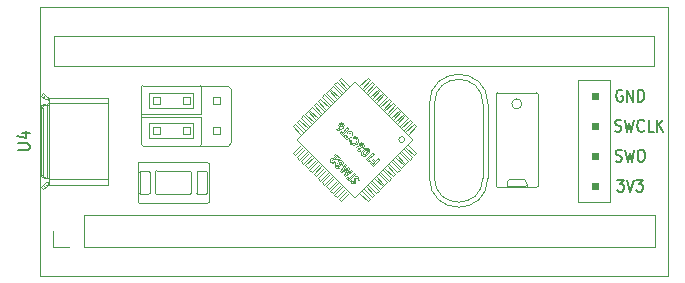
<source format=gbr>
%TF.GenerationSoftware,KiCad,Pcbnew,9.0.3*%
%TF.CreationDate,2025-08-13T20:15:07-07:00*%
%TF.ProjectId,keyboardpls,6b657962-6f61-4726-9470-6c732e6b6963,rev?*%
%TF.SameCoordinates,Original*%
%TF.FileFunction,Legend,Top*%
%TF.FilePolarity,Positive*%
%FSLAX46Y46*%
G04 Gerber Fmt 4.6, Leading zero omitted, Abs format (unit mm)*
G04 Created by KiCad (PCBNEW 9.0.3) date 2025-08-13 20:15:07*
%MOMM*%
%LPD*%
G01*
G04 APERTURE LIST*
%ADD10C,0.150000*%
%ADD11C,0.120000*%
%ADD12C,0.100000*%
G04 APERTURE END LIST*
D10*
X67757319Y-88731904D02*
X68566842Y-88731904D01*
X68566842Y-88731904D02*
X68662080Y-88684285D01*
X68662080Y-88684285D02*
X68709700Y-88636666D01*
X68709700Y-88636666D02*
X68757319Y-88541428D01*
X68757319Y-88541428D02*
X68757319Y-88350952D01*
X68757319Y-88350952D02*
X68709700Y-88255714D01*
X68709700Y-88255714D02*
X68662080Y-88208095D01*
X68662080Y-88208095D02*
X68566842Y-88160476D01*
X68566842Y-88160476D02*
X67757319Y-88160476D01*
X68090652Y-87255714D02*
X68757319Y-87255714D01*
X67709700Y-87493809D02*
X68423985Y-87731904D01*
X68423985Y-87731904D02*
X68423985Y-87112857D01*
X118367643Y-89647200D02*
X118496215Y-89694819D01*
X118496215Y-89694819D02*
X118710500Y-89694819D01*
X118710500Y-89694819D02*
X118796215Y-89647200D01*
X118796215Y-89647200D02*
X118839072Y-89599580D01*
X118839072Y-89599580D02*
X118881929Y-89504342D01*
X118881929Y-89504342D02*
X118881929Y-89409104D01*
X118881929Y-89409104D02*
X118839072Y-89313866D01*
X118839072Y-89313866D02*
X118796215Y-89266247D01*
X118796215Y-89266247D02*
X118710500Y-89218628D01*
X118710500Y-89218628D02*
X118539072Y-89171009D01*
X118539072Y-89171009D02*
X118453357Y-89123390D01*
X118453357Y-89123390D02*
X118410500Y-89075771D01*
X118410500Y-89075771D02*
X118367643Y-88980533D01*
X118367643Y-88980533D02*
X118367643Y-88885295D01*
X118367643Y-88885295D02*
X118410500Y-88790057D01*
X118410500Y-88790057D02*
X118453357Y-88742438D01*
X118453357Y-88742438D02*
X118539072Y-88694819D01*
X118539072Y-88694819D02*
X118753357Y-88694819D01*
X118753357Y-88694819D02*
X118881929Y-88742438D01*
X119181929Y-88694819D02*
X119396215Y-89694819D01*
X119396215Y-89694819D02*
X119567643Y-88980533D01*
X119567643Y-88980533D02*
X119739072Y-89694819D01*
X119739072Y-89694819D02*
X119953358Y-88694819D01*
X120467643Y-88694819D02*
X120639071Y-88694819D01*
X120639071Y-88694819D02*
X120724786Y-88742438D01*
X120724786Y-88742438D02*
X120810500Y-88837676D01*
X120810500Y-88837676D02*
X120853357Y-89028152D01*
X120853357Y-89028152D02*
X120853357Y-89361485D01*
X120853357Y-89361485D02*
X120810500Y-89551961D01*
X120810500Y-89551961D02*
X120724786Y-89647200D01*
X120724786Y-89647200D02*
X120639071Y-89694819D01*
X120639071Y-89694819D02*
X120467643Y-89694819D01*
X120467643Y-89694819D02*
X120381929Y-89647200D01*
X120381929Y-89647200D02*
X120296214Y-89551961D01*
X120296214Y-89551961D02*
X120253357Y-89361485D01*
X120253357Y-89361485D02*
X120253357Y-89028152D01*
X120253357Y-89028152D02*
X120296214Y-88837676D01*
X120296214Y-88837676D02*
X120381929Y-88742438D01*
X120381929Y-88742438D02*
X120467643Y-88694819D01*
X118496214Y-91234819D02*
X119053357Y-91234819D01*
X119053357Y-91234819D02*
X118753357Y-91615771D01*
X118753357Y-91615771D02*
X118881928Y-91615771D01*
X118881928Y-91615771D02*
X118967643Y-91663390D01*
X118967643Y-91663390D02*
X119010500Y-91711009D01*
X119010500Y-91711009D02*
X119053357Y-91806247D01*
X119053357Y-91806247D02*
X119053357Y-92044342D01*
X119053357Y-92044342D02*
X119010500Y-92139580D01*
X119010500Y-92139580D02*
X118967643Y-92187200D01*
X118967643Y-92187200D02*
X118881928Y-92234819D01*
X118881928Y-92234819D02*
X118624785Y-92234819D01*
X118624785Y-92234819D02*
X118539071Y-92187200D01*
X118539071Y-92187200D02*
X118496214Y-92139580D01*
X119310500Y-91234819D02*
X119610500Y-92234819D01*
X119610500Y-92234819D02*
X119910500Y-91234819D01*
X120124786Y-91234819D02*
X120681929Y-91234819D01*
X120681929Y-91234819D02*
X120381929Y-91615771D01*
X120381929Y-91615771D02*
X120510500Y-91615771D01*
X120510500Y-91615771D02*
X120596215Y-91663390D01*
X120596215Y-91663390D02*
X120639072Y-91711009D01*
X120639072Y-91711009D02*
X120681929Y-91806247D01*
X120681929Y-91806247D02*
X120681929Y-92044342D01*
X120681929Y-92044342D02*
X120639072Y-92139580D01*
X120639072Y-92139580D02*
X120596215Y-92187200D01*
X120596215Y-92187200D02*
X120510500Y-92234819D01*
X120510500Y-92234819D02*
X120253357Y-92234819D01*
X120253357Y-92234819D02*
X120167643Y-92187200D01*
X120167643Y-92187200D02*
X120124786Y-92139580D01*
X118336786Y-87107200D02*
X118465358Y-87154819D01*
X118465358Y-87154819D02*
X118679643Y-87154819D01*
X118679643Y-87154819D02*
X118765358Y-87107200D01*
X118765358Y-87107200D02*
X118808215Y-87059580D01*
X118808215Y-87059580D02*
X118851072Y-86964342D01*
X118851072Y-86964342D02*
X118851072Y-86869104D01*
X118851072Y-86869104D02*
X118808215Y-86773866D01*
X118808215Y-86773866D02*
X118765358Y-86726247D01*
X118765358Y-86726247D02*
X118679643Y-86678628D01*
X118679643Y-86678628D02*
X118508215Y-86631009D01*
X118508215Y-86631009D02*
X118422500Y-86583390D01*
X118422500Y-86583390D02*
X118379643Y-86535771D01*
X118379643Y-86535771D02*
X118336786Y-86440533D01*
X118336786Y-86440533D02*
X118336786Y-86345295D01*
X118336786Y-86345295D02*
X118379643Y-86250057D01*
X118379643Y-86250057D02*
X118422500Y-86202438D01*
X118422500Y-86202438D02*
X118508215Y-86154819D01*
X118508215Y-86154819D02*
X118722500Y-86154819D01*
X118722500Y-86154819D02*
X118851072Y-86202438D01*
X119151072Y-86154819D02*
X119365358Y-87154819D01*
X119365358Y-87154819D02*
X119536786Y-86440533D01*
X119536786Y-86440533D02*
X119708215Y-87154819D01*
X119708215Y-87154819D02*
X119922501Y-86154819D01*
X120779643Y-87059580D02*
X120736786Y-87107200D01*
X120736786Y-87107200D02*
X120608214Y-87154819D01*
X120608214Y-87154819D02*
X120522500Y-87154819D01*
X120522500Y-87154819D02*
X120393929Y-87107200D01*
X120393929Y-87107200D02*
X120308214Y-87011961D01*
X120308214Y-87011961D02*
X120265357Y-86916723D01*
X120265357Y-86916723D02*
X120222500Y-86726247D01*
X120222500Y-86726247D02*
X120222500Y-86583390D01*
X120222500Y-86583390D02*
X120265357Y-86392914D01*
X120265357Y-86392914D02*
X120308214Y-86297676D01*
X120308214Y-86297676D02*
X120393929Y-86202438D01*
X120393929Y-86202438D02*
X120522500Y-86154819D01*
X120522500Y-86154819D02*
X120608214Y-86154819D01*
X120608214Y-86154819D02*
X120736786Y-86202438D01*
X120736786Y-86202438D02*
X120779643Y-86250057D01*
X121593929Y-87154819D02*
X121165357Y-87154819D01*
X121165357Y-87154819D02*
X121165357Y-86154819D01*
X121893928Y-87154819D02*
X121893928Y-86154819D01*
X122408214Y-87154819D02*
X122022500Y-86583390D01*
X122408214Y-86154819D02*
X121893928Y-86726247D01*
X118924786Y-83662438D02*
X118839072Y-83614819D01*
X118839072Y-83614819D02*
X118710500Y-83614819D01*
X118710500Y-83614819D02*
X118581929Y-83662438D01*
X118581929Y-83662438D02*
X118496214Y-83757676D01*
X118496214Y-83757676D02*
X118453357Y-83852914D01*
X118453357Y-83852914D02*
X118410500Y-84043390D01*
X118410500Y-84043390D02*
X118410500Y-84186247D01*
X118410500Y-84186247D02*
X118453357Y-84376723D01*
X118453357Y-84376723D02*
X118496214Y-84471961D01*
X118496214Y-84471961D02*
X118581929Y-84567200D01*
X118581929Y-84567200D02*
X118710500Y-84614819D01*
X118710500Y-84614819D02*
X118796214Y-84614819D01*
X118796214Y-84614819D02*
X118924786Y-84567200D01*
X118924786Y-84567200D02*
X118967643Y-84519580D01*
X118967643Y-84519580D02*
X118967643Y-84186247D01*
X118967643Y-84186247D02*
X118796214Y-84186247D01*
X119353357Y-84614819D02*
X119353357Y-83614819D01*
X119353357Y-83614819D02*
X119867643Y-84614819D01*
X119867643Y-84614819D02*
X119867643Y-83614819D01*
X120296214Y-84614819D02*
X120296214Y-83614819D01*
X120296214Y-83614819D02*
X120510500Y-83614819D01*
X120510500Y-83614819D02*
X120639071Y-83662438D01*
X120639071Y-83662438D02*
X120724786Y-83757676D01*
X120724786Y-83757676D02*
X120767643Y-83852914D01*
X120767643Y-83852914D02*
X120810500Y-84043390D01*
X120810500Y-84043390D02*
X120810500Y-84186247D01*
X120810500Y-84186247D02*
X120767643Y-84376723D01*
X120767643Y-84376723D02*
X120724786Y-84471961D01*
X120724786Y-84471961D02*
X120639071Y-84567200D01*
X120639071Y-84567200D02*
X120510500Y-84614819D01*
X120510500Y-84614819D02*
X120296214Y-84614819D01*
D11*
%TO.C,U4*%
X69667500Y-76595000D02*
X122817500Y-76595000D01*
X69667500Y-99345000D02*
X69667500Y-76595000D01*
X69742500Y-84117388D02*
X69905392Y-83932513D01*
X69742500Y-85120000D02*
X69742500Y-90820000D01*
X69742500Y-91822613D02*
X69905392Y-92007488D01*
X69885895Y-85120000D02*
X69742500Y-85120000D01*
X69885895Y-85120000D02*
X69885895Y-90820000D01*
X69885895Y-90820000D02*
X69742500Y-90820000D01*
X69905392Y-83932513D02*
X70221653Y-84211167D01*
X69905392Y-92007488D02*
X70221653Y-91728834D01*
X69947289Y-84870000D02*
X70292500Y-84870000D01*
X69947289Y-91070000D02*
X70292500Y-91070000D01*
X70057741Y-84395143D02*
X69742500Y-84117388D01*
X70057741Y-91544858D02*
X69742500Y-91822613D01*
X70092969Y-84097785D02*
X69930078Y-84282660D01*
X70092969Y-91842216D02*
X69930078Y-91657341D01*
X70227931Y-91070000D02*
X70227931Y-84870000D01*
X70292500Y-84510729D02*
X70292500Y-84255073D01*
X70292500Y-91429272D02*
X70292500Y-91684928D01*
X70371325Y-84831536D02*
X70371325Y-91108465D01*
X70384000Y-84273573D02*
X70392169Y-84278514D01*
X70384000Y-91666428D02*
X70392169Y-91661487D01*
X70386925Y-84273590D02*
X70384000Y-84273573D01*
X70386925Y-84273590D02*
X75392500Y-84273590D01*
X70386925Y-91666411D02*
X70384000Y-91666428D01*
X70386925Y-91666411D02*
X75392500Y-91666411D01*
X70392169Y-84278514D02*
X70392500Y-84280104D01*
X70392169Y-91661487D02*
X70392500Y-91659897D01*
X70392436Y-84773590D02*
X75402500Y-84773590D01*
X70392436Y-91166411D02*
X75402500Y-91166411D01*
X70392500Y-84280104D02*
X70392500Y-84770000D01*
X70392500Y-84519989D02*
X70388285Y-84519989D01*
X70392500Y-84770000D02*
X70392436Y-84773590D01*
X70392500Y-91170000D02*
X70392436Y-91166411D01*
X70392500Y-91420012D02*
X70388285Y-91420012D01*
X70392500Y-91659897D02*
X70392500Y-91170000D01*
X70782500Y-96920000D02*
X70782500Y-95590000D01*
X70842500Y-79080000D02*
X121642500Y-79080000D01*
X70842500Y-81620000D02*
X70842500Y-79080000D01*
X72112500Y-96920000D02*
X70782500Y-96920000D01*
X73382500Y-94260000D02*
X121702500Y-94260000D01*
X73382500Y-96920000D02*
X73382500Y-94260000D01*
X75392500Y-84273590D02*
X75392500Y-91666411D01*
X75402500Y-84519989D02*
X75402500Y-91420012D01*
X77914777Y-89832467D02*
X77914777Y-93132467D01*
X77914878Y-89827983D02*
X77914777Y-89832467D01*
X78014777Y-93232467D02*
X83814777Y-93232467D01*
X78064777Y-92382467D02*
X78064777Y-90582467D01*
X78164777Y-90482467D02*
X78814777Y-90482467D01*
X78221500Y-86258528D02*
X78221500Y-86447631D01*
X78222500Y-88240000D02*
X78222500Y-83360000D01*
X78233900Y-85700000D02*
X83302500Y-85700000D01*
X78322500Y-83260000D02*
X83202500Y-83260000D01*
X78614503Y-88341000D02*
X78803606Y-88341000D01*
X78814777Y-90482467D02*
X78914777Y-90582467D01*
X78814777Y-92482467D02*
X78164777Y-92482467D01*
X78892500Y-83930000D02*
X82632500Y-83930000D01*
X78892500Y-85130000D02*
X78892500Y-83930000D01*
X78892500Y-86470000D02*
X82632500Y-86470000D01*
X78892500Y-87670000D02*
X78892500Y-86470000D01*
X78914777Y-90582467D02*
X78914777Y-92382467D01*
X79174301Y-84211802D02*
X79810698Y-84211802D01*
X79174301Y-84848199D02*
X79174301Y-84211802D01*
X79174301Y-86751802D02*
X79810698Y-86751802D01*
X79174301Y-87388199D02*
X79174301Y-86751802D01*
X79343670Y-88341000D02*
X79377624Y-88341000D01*
X79414777Y-92382467D02*
X79414777Y-90582467D01*
X79427003Y-88341000D02*
X79471875Y-88341000D01*
X79514777Y-90482467D02*
X82314777Y-90482467D01*
X79810698Y-84211802D02*
X79810698Y-84848199D01*
X79810698Y-84848199D02*
X79174301Y-84848199D01*
X79810698Y-86751802D02*
X79810698Y-87388199D01*
X79810698Y-87388199D02*
X79174301Y-87388199D01*
X81714301Y-84211802D02*
X82350698Y-84211802D01*
X81714301Y-84848199D02*
X81714301Y-84211802D01*
X81714301Y-86751802D02*
X82350698Y-86751802D01*
X81714301Y-87388199D02*
X81714301Y-86751802D01*
X82314777Y-92482467D02*
X79514777Y-92482467D01*
X82350698Y-84211802D02*
X82350698Y-84848199D01*
X82350698Y-84848199D02*
X81714301Y-84848199D01*
X82350698Y-86751802D02*
X82350698Y-87388199D01*
X82350698Y-87388199D02*
X81714301Y-87388199D01*
X82414777Y-90582467D02*
X82414777Y-92382467D01*
X82632500Y-83930000D02*
X82632500Y-85130000D01*
X82632500Y-85130000D02*
X78892500Y-85130000D01*
X82632500Y-86470000D02*
X82632500Y-87670000D01*
X82632500Y-87670000D02*
X78892500Y-87670000D01*
X82914777Y-92382467D02*
X82914777Y-90582467D01*
X83014777Y-90482467D02*
X83664777Y-90482467D01*
X83202500Y-88340000D02*
X78322500Y-88340000D01*
X83202500Y-88340000D02*
X83602500Y-88340000D01*
X83302500Y-83360000D02*
X83302500Y-85700000D01*
X83302500Y-85900000D02*
X78233900Y-85900000D01*
X83302500Y-85900000D02*
X83302500Y-88240000D01*
X83602500Y-83260000D02*
X83202500Y-83260000D01*
X83602500Y-88340000D02*
X85542500Y-88340000D01*
X83664777Y-92482467D02*
X83014777Y-92482467D01*
X83764777Y-90582467D02*
X83764777Y-92382467D01*
X83814777Y-89732467D02*
X78014777Y-89732467D01*
X83914777Y-93132467D02*
X83914777Y-89832467D01*
X84254301Y-84211802D02*
X84890698Y-84211802D01*
X84254301Y-84848199D02*
X84254301Y-84211802D01*
X84254301Y-86751802D02*
X84890698Y-86751802D01*
X84254301Y-87388199D02*
X84254301Y-86751802D01*
X84890698Y-84211802D02*
X84890698Y-84848199D01*
X84890698Y-84848199D02*
X84254301Y-84848199D01*
X84890698Y-86751802D02*
X84890698Y-87388199D01*
X84890698Y-87388199D02*
X84254301Y-87388199D01*
X85542500Y-83260000D02*
X83602500Y-83260000D01*
X85542500Y-88340000D02*
X85842500Y-88040000D01*
X85842500Y-83560000D02*
X85542500Y-83260000D01*
X85842500Y-88040000D02*
X85842500Y-83560000D01*
X91028486Y-86704132D02*
X91735593Y-87411238D01*
X91028486Y-88966873D02*
X91240618Y-89179005D01*
X91028486Y-88966873D02*
X91735593Y-88259767D01*
X91240618Y-86492000D02*
X91028486Y-86704132D01*
X91240618Y-86492000D02*
X91947725Y-87199106D01*
X91240618Y-89179005D02*
X91947725Y-88471899D01*
X91361329Y-87785502D02*
X91361329Y-87885502D01*
X91361329Y-87885502D02*
X96211076Y-92735250D01*
X91382039Y-86350578D02*
X92089146Y-87057685D01*
X91382039Y-89320427D02*
X91594171Y-89532559D01*
X91382039Y-89320427D02*
X92089146Y-88613320D01*
X91594171Y-86138446D02*
X91382039Y-86350578D01*
X91594171Y-86138446D02*
X92301278Y-86845553D01*
X91594171Y-89532559D02*
X92301278Y-88825452D01*
X91735593Y-85997025D02*
X92442700Y-86704132D01*
X91735593Y-89673980D02*
X91947725Y-89886112D01*
X91735593Y-89673980D02*
X92442700Y-88966873D01*
X91947725Y-85784893D02*
X91735593Y-85997025D01*
X91947725Y-85784893D02*
X92654832Y-86492000D01*
X91947725Y-89886112D02*
X92654832Y-89179005D01*
X92089146Y-85643471D02*
X92796253Y-86350578D01*
X92089146Y-90027533D02*
X92301278Y-90239666D01*
X92089146Y-90027533D02*
X92796253Y-89320427D01*
X92301278Y-85431339D02*
X92089146Y-85643471D01*
X92301278Y-85431339D02*
X93008385Y-86138446D01*
X92301278Y-90239666D02*
X93008385Y-89532559D01*
X92442700Y-85289918D02*
X93149806Y-85997025D01*
X92442700Y-90381087D02*
X92654832Y-90593219D01*
X92442700Y-90381087D02*
X93149806Y-89673980D01*
X92654832Y-85077786D02*
X92442700Y-85289918D01*
X92654832Y-85077786D02*
X93361938Y-85784893D01*
X92654832Y-90593219D02*
X93361938Y-89886112D01*
X92796253Y-84936365D02*
X93503360Y-85643471D01*
X92796253Y-90734640D02*
X93008385Y-90946772D01*
X92796253Y-90734640D02*
X93503360Y-90027533D01*
X93008385Y-84724233D02*
X92796253Y-84936365D01*
X93008385Y-84724233D02*
X93715492Y-85431339D01*
X93008385Y-90946772D02*
X93715492Y-90239666D01*
X93149806Y-84582811D02*
X93856913Y-85289918D01*
X93149806Y-91088194D02*
X93361938Y-91300326D01*
X93149806Y-91088194D02*
X93856913Y-90381087D01*
X93361938Y-84370679D02*
X93149806Y-84582811D01*
X93361938Y-84370679D02*
X94069045Y-85077786D01*
X93361938Y-91300326D02*
X94069045Y-90593219D01*
X93503360Y-84229258D02*
X94210467Y-84936365D01*
X93503360Y-91441747D02*
X93715492Y-91653879D01*
X93503360Y-91441747D02*
X94210467Y-90734640D01*
X93715492Y-84017126D02*
X93503360Y-84229258D01*
X93715492Y-84017126D02*
X94422599Y-84724233D01*
X93715492Y-91653879D02*
X94422599Y-90946772D01*
X93856913Y-83875704D02*
X94564020Y-84582811D01*
X93856913Y-91795300D02*
X94069045Y-92007432D01*
X93856913Y-91795300D02*
X94564020Y-91088194D01*
X94069045Y-83663572D02*
X93856913Y-83875704D01*
X94069045Y-83663572D02*
X94776152Y-84370679D01*
X94069045Y-92007432D02*
X94776152Y-91300326D01*
X94210467Y-83522151D02*
X94917573Y-84229258D01*
X94210467Y-92148854D02*
X94422599Y-92360986D01*
X94210467Y-92148854D02*
X94917573Y-91441747D01*
X94373900Y-89702888D02*
X94419827Y-89727702D01*
X94373900Y-89702888D02*
X94419827Y-89727702D01*
X94419827Y-89727702D02*
X94472258Y-89724449D01*
X94419827Y-89727702D02*
X94472258Y-89724449D01*
X94422599Y-83310019D02*
X94210467Y-83522151D01*
X94422599Y-83310019D02*
X95129705Y-84017126D01*
X94422599Y-92360986D02*
X95129705Y-91653879D01*
X94472258Y-89724449D02*
X94542496Y-89681109D01*
X94472258Y-89724449D02*
X94542496Y-89681109D01*
X94480978Y-89509950D02*
X94375069Y-89562975D01*
X94480978Y-89509950D02*
X94375069Y-89562975D01*
X94542496Y-89681109D02*
X94637684Y-89776297D01*
X94562894Y-89171177D02*
X94651282Y-89082788D01*
X94564020Y-83168598D02*
X95271127Y-83875704D01*
X94564020Y-92502407D02*
X94776152Y-92714539D01*
X94564020Y-92502407D02*
X95271127Y-91795300D01*
X94622598Y-89357727D02*
X94741370Y-89349653D01*
X94632478Y-89494665D02*
X94480978Y-89509950D01*
X94632478Y-89494665D02*
X94480978Y-89509950D01*
X94651282Y-89082788D02*
X95004836Y-89436342D01*
X94720654Y-86904632D02*
X94994743Y-86815393D01*
X94741370Y-89349653D02*
X94562894Y-89171177D01*
X94749595Y-90250541D02*
X94683790Y-90203153D01*
X94749595Y-90250541D02*
X94683790Y-90203153D01*
X94762192Y-87031584D02*
X94720654Y-86904632D01*
X94776152Y-82956466D02*
X94564020Y-83168598D01*
X94776152Y-82956466D02*
X95483259Y-83663572D01*
X94776152Y-92714539D02*
X95483259Y-92007432D01*
X94795342Y-89991601D02*
X94776003Y-90005129D01*
X94795342Y-89991601D02*
X94776003Y-90005129D01*
X94818006Y-89984863D02*
X94795342Y-89991601D01*
X94818006Y-89984863D02*
X94795342Y-89991601D01*
X94850262Y-90271038D02*
X94749595Y-90250541D01*
X94850262Y-90271038D02*
X94749595Y-90250541D01*
X94864787Y-89989778D02*
X94818006Y-89984863D01*
X94864787Y-89989778D02*
X94818006Y-89984863D01*
X94889251Y-90123051D02*
X94984438Y-90218239D01*
X94913332Y-90258729D02*
X94850262Y-90271038D01*
X94913332Y-90258729D02*
X94850262Y-90271038D01*
X94917573Y-82815044D02*
X95624680Y-83522151D01*
X94917573Y-92855961D02*
X95129705Y-93068093D01*
X94917573Y-92855961D02*
X95624680Y-92148854D01*
X94943644Y-90041462D02*
X94864787Y-89989778D01*
X94943644Y-90041462D02*
X94864787Y-89989778D01*
X94956604Y-89484573D02*
X94632478Y-89494665D01*
X94961251Y-89791549D02*
X94966106Y-89851848D01*
X94961251Y-89791549D02*
X94966106Y-89851848D01*
X94966106Y-89851848D02*
X95032032Y-89953073D01*
X94966106Y-89851848D02*
X95032032Y-89953073D01*
X94970631Y-89762668D02*
X94961251Y-89791549D01*
X94970631Y-89762668D02*
X94961251Y-89791549D01*
X94984438Y-90218239D02*
X94913332Y-90258729D01*
X94984438Y-90218239D02*
X94913332Y-90258729D01*
X94988581Y-89738158D02*
X94970631Y-89762668D01*
X94988581Y-89738158D02*
X94970631Y-89762668D01*
X94998036Y-87240231D02*
X95093224Y-87145044D01*
X95004836Y-89436342D02*
X94956604Y-89484573D01*
X95019709Y-90511875D02*
X95460375Y-89891882D01*
X95032032Y-89953073D02*
X94943644Y-90041462D01*
X95093224Y-87145044D02*
X95188411Y-87240231D01*
X95117552Y-90609718D02*
X95019709Y-90511875D01*
X95129705Y-82602912D02*
X94917573Y-82815044D01*
X95129705Y-82602912D02*
X95836812Y-83310019D01*
X95129705Y-93068093D02*
X95836812Y-92360986D01*
X95161640Y-86901551D02*
X94762192Y-87031584D01*
X95188411Y-87240231D02*
X95623554Y-86805088D01*
X95239983Y-86872341D02*
X95161640Y-86901551D01*
X95239983Y-86872341D02*
X95161640Y-86901551D01*
X95249603Y-90007466D02*
X95154416Y-89912279D01*
X95278393Y-90379823D02*
X95723628Y-90155134D01*
X95283599Y-87335419D02*
X95378786Y-87430606D01*
X95283599Y-87525793D02*
X94998036Y-87240231D01*
X95328537Y-86814543D02*
X95239983Y-86872341D01*
X95328537Y-86814543D02*
X95239983Y-86872341D01*
X95360407Y-90852574D02*
X95609318Y-90361657D01*
X95378786Y-87430606D02*
X95283599Y-87525793D01*
X95459207Y-90951373D02*
X95360407Y-90852574D01*
X95460375Y-89891882D02*
X95556731Y-89988238D01*
X95488103Y-87457271D02*
X95568282Y-87407565D01*
X95488103Y-87457271D02*
X95568282Y-87407565D01*
X95556731Y-89988238D02*
X95278393Y-90379823D01*
X95568282Y-87407565D02*
X95641827Y-87394486D01*
X95568282Y-87407565D02*
X95641827Y-87394486D01*
X95575960Y-91068126D02*
X95671148Y-90972939D01*
X95591152Y-90692582D02*
X95982632Y-90414138D01*
X95609318Y-90361657D02*
X95117552Y-90609718D01*
X95623554Y-86805088D02*
X95718741Y-86900276D01*
X95671148Y-90972939D02*
X95766335Y-91068126D01*
X95718741Y-86900276D02*
X95283599Y-87335419D01*
X95723628Y-90155134D02*
X95816479Y-90247985D01*
X95766335Y-91068126D02*
X96201478Y-90632984D01*
X95816479Y-90247985D02*
X95591152Y-90692582D01*
X95831139Y-87889333D02*
X95967652Y-87892414D01*
X95835872Y-87703505D02*
X95792575Y-87764718D01*
X95835872Y-87703505D02*
X95792575Y-87764718D01*
X95848068Y-88047824D02*
X95831139Y-87889333D01*
X95848068Y-88047824D02*
X95831139Y-87889333D01*
X95858229Y-87610888D02*
X95835872Y-87703505D01*
X95858229Y-87610888D02*
X95835872Y-87703505D01*
X95861523Y-91163314D02*
X95956710Y-91258501D01*
X95861523Y-91353689D02*
X95575960Y-91068126D01*
X95951823Y-88221214D02*
X95848068Y-88047824D01*
X95951823Y-88221214D02*
X95848068Y-88047824D01*
X95956710Y-91258501D02*
X95861523Y-91353689D01*
X95957531Y-87607392D02*
X95858229Y-87610888D01*
X95957531Y-87607392D02*
X95858229Y-87610888D01*
X95967652Y-87892414D02*
X95988734Y-88034997D01*
X95967652Y-87892414D02*
X95988734Y-88034997D01*
X95982632Y-90414138D02*
X96079094Y-90510600D01*
X95986775Y-91337222D02*
X96123076Y-91343278D01*
X95988734Y-88034997D02*
X96050729Y-88129745D01*
X95988734Y-88034997D02*
X96050729Y-88129745D01*
X96066558Y-87545128D02*
X95957531Y-87607392D01*
X96066558Y-87545128D02*
X95957531Y-87607392D01*
X96079094Y-90510600D02*
X95459207Y-90951373D01*
X96180549Y-87679517D02*
X96183949Y-87540773D01*
X96183949Y-87540773D02*
X96381737Y-87574488D01*
X96183949Y-87540773D02*
X96381737Y-87574488D01*
X96201478Y-90632984D02*
X96296665Y-90728171D01*
X96211076Y-82935755D02*
X91361329Y-87785502D01*
X96211076Y-82935755D02*
X96311076Y-82935755D01*
X96222619Y-91482128D02*
X96234621Y-91464259D01*
X96222619Y-91482128D02*
X96234621Y-91464259D01*
X96228462Y-91177974D02*
X96247459Y-91071602D01*
X96228462Y-91177974D02*
X96247459Y-91071602D01*
X96230584Y-91235003D02*
X96228462Y-91177974D01*
X96230584Y-91235003D02*
X96228462Y-91177974D01*
X96234621Y-91464259D02*
X96239192Y-91447920D01*
X96234621Y-91464259D02*
X96239192Y-91447920D01*
X96235580Y-91307476D02*
X96230584Y-91235003D01*
X96235580Y-91307476D02*
X96230584Y-91235003D01*
X96239192Y-91447920D02*
X96239218Y-91369245D01*
X96239192Y-91447920D02*
X96239218Y-91369245D01*
X96239218Y-91369245D02*
X96235580Y-91307476D01*
X96239218Y-91369245D02*
X96235580Y-91307476D01*
X96247459Y-91071602D02*
X96295284Y-91001517D01*
X96247459Y-91071602D02*
X96295284Y-91001517D01*
X96296665Y-90728171D02*
X95861523Y-91163314D01*
X96311076Y-82935755D02*
X101160824Y-87785502D01*
X96311076Y-92735250D02*
X96211076Y-92735250D01*
X96311076Y-92735250D02*
X101160824Y-87885502D01*
X96381737Y-87574488D02*
X96510837Y-87665175D01*
X96381737Y-87574488D02*
X96510837Y-87665175D01*
X96525710Y-91256377D02*
X96536243Y-91165815D01*
X96525710Y-91256377D02*
X96536243Y-91165815D01*
X96527097Y-91131068D02*
X96506800Y-91101485D01*
X96527097Y-91131068D02*
X96506800Y-91101485D01*
X96536243Y-91165815D02*
X96527097Y-91131068D01*
X96536243Y-91165815D02*
X96527097Y-91131068D01*
X96537759Y-88788734D02*
X96471955Y-88741346D01*
X96537759Y-88788734D02*
X96471955Y-88741346D01*
X96583506Y-88529794D02*
X96564167Y-88543322D01*
X96583506Y-88529794D02*
X96564167Y-88543322D01*
X96606170Y-88523056D02*
X96583506Y-88529794D01*
X96606170Y-88523056D02*
X96583506Y-88529794D01*
X96638426Y-88809231D02*
X96537759Y-88788734D01*
X96638426Y-88809231D02*
X96537759Y-88788734D01*
X96652951Y-88527971D02*
X96606170Y-88523056D01*
X96652951Y-88527971D02*
X96606170Y-88523056D01*
X96659674Y-91289841D02*
X96525710Y-91256377D01*
X96677415Y-88661244D02*
X96772602Y-88756431D01*
X96701496Y-88796921D02*
X96638426Y-88809231D01*
X96701496Y-88796921D02*
X96638426Y-88809231D01*
X96731808Y-88579655D02*
X96652951Y-88527971D01*
X96731808Y-88579655D02*
X96652951Y-88527971D01*
X96749416Y-88329742D02*
X96754270Y-88390041D01*
X96749416Y-88329742D02*
X96754270Y-88390041D01*
X96754270Y-88390041D02*
X96820196Y-88491266D01*
X96754270Y-88390041D02*
X96820196Y-88491266D01*
X96758796Y-88300861D02*
X96749416Y-88329742D01*
X96758796Y-88300861D02*
X96749416Y-88329742D01*
X96772602Y-88756431D02*
X96701496Y-88796921D01*
X96772602Y-88756431D02*
X96701496Y-88796921D01*
X96776746Y-88276351D02*
X96758796Y-88300861D01*
X96776746Y-88276351D02*
X96758796Y-88300861D01*
X96820196Y-88491266D02*
X96731808Y-88579655D01*
X96822744Y-88982391D02*
X96837103Y-88917430D01*
X96822744Y-88982391D02*
X96837103Y-88917430D01*
X96827228Y-89048652D02*
X96822744Y-88982391D01*
X96827228Y-89048652D02*
X96822744Y-88982391D01*
X96837103Y-88917430D02*
X96901965Y-88801541D01*
X96837103Y-88917430D02*
X96901965Y-88801541D01*
X96852072Y-89110267D02*
X96827228Y-89048652D01*
X96852072Y-89110267D02*
X96827228Y-89048652D01*
X96893180Y-89162571D02*
X96852072Y-89110267D01*
X96893180Y-89162571D02*
X96852072Y-89110267D01*
X96901965Y-88801541D02*
X96990386Y-88701826D01*
X96901965Y-88801541D02*
X96990386Y-88701826D01*
X96960309Y-88992911D02*
X96964979Y-89031944D01*
X96960309Y-88992911D02*
X96964979Y-89031944D01*
X96964979Y-89031944D02*
X96986031Y-89065047D01*
X96964979Y-89031944D02*
X96986031Y-89065047D01*
X96975510Y-89217224D02*
X96893180Y-89162571D01*
X96975510Y-89217224D02*
X96893180Y-89162571D01*
X96985063Y-88918611D02*
X96960309Y-88992911D01*
X96985063Y-88918611D02*
X96960309Y-88992911D01*
X96986031Y-89065047D02*
X97020052Y-89087419D01*
X96986031Y-89065047D02*
X97020052Y-89087419D01*
X96990386Y-88701826D02*
X97089584Y-88613780D01*
X96990386Y-88701826D02*
X97089584Y-88613780D01*
X97020052Y-89087419D02*
X97060225Y-89093953D01*
X97020052Y-89087419D02*
X97060225Y-89093953D01*
X97037767Y-88545659D02*
X96942580Y-88450472D01*
X97060225Y-89093953D02*
X97136489Y-89066153D01*
X97060225Y-89093953D02*
X97136489Y-89066153D01*
X97085574Y-88797013D02*
X96985063Y-88918611D01*
X97085574Y-88797013D02*
X96985063Y-88918611D01*
X97089584Y-88613780D02*
X97204690Y-88548767D01*
X97089584Y-88613780D02*
X97204690Y-88548767D01*
X97100340Y-89225463D02*
X96975510Y-89217224D01*
X97100340Y-89225463D02*
X96975510Y-89217224D01*
X97136489Y-89066153D02*
X97261607Y-88960936D01*
X97136489Y-89066153D02*
X97261607Y-88960936D01*
X97155177Y-88734183D02*
X97085574Y-88797013D01*
X97155177Y-88734183D02*
X97085574Y-88797013D01*
X97204690Y-88548767D02*
X97269039Y-88533116D01*
X97204690Y-88548767D02*
X97269039Y-88533116D01*
X97223607Y-89169199D02*
X97100340Y-89225463D01*
X97223607Y-89169199D02*
X97100340Y-89225463D01*
X97255339Y-89497534D02*
X97785669Y-88967203D01*
X97258632Y-88676223D02*
X97155177Y-88734183D01*
X97258632Y-88676223D02*
X97155177Y-88734183D01*
X97261607Y-88960936D02*
X97358868Y-88841238D01*
X97261607Y-88960936D02*
X97358868Y-88841238D01*
X97269039Y-88533116D02*
X97335064Y-88535874D01*
X97269039Y-88533116D02*
X97335064Y-88535874D01*
X97335064Y-88535874D02*
X97396196Y-88560965D01*
X97335064Y-88535874D02*
X97396196Y-88560965D01*
X97355732Y-89057185D02*
X97223607Y-89169199D01*
X97355732Y-89057185D02*
X97223607Y-89169199D01*
X97358868Y-88841238D02*
X97380709Y-88767879D01*
X97358868Y-88841238D02*
X97380709Y-88767879D01*
X97374359Y-88729962D02*
X97353182Y-88697895D01*
X97374359Y-88729962D02*
X97353182Y-88697895D01*
X97380709Y-88767879D02*
X97374359Y-88729962D01*
X97380709Y-88767879D02*
X97374359Y-88729962D01*
X97392447Y-82602912D02*
X96685340Y-83310019D01*
X97392447Y-82602912D02*
X97604579Y-82815044D01*
X97392447Y-93068093D02*
X96685340Y-92360986D01*
X97396196Y-88560965D02*
X97447945Y-88602283D01*
X97396196Y-88560965D02*
X97447945Y-88602283D01*
X97402476Y-89644670D02*
X97255339Y-89497534D01*
X97438915Y-89504333D02*
X97547700Y-89613118D01*
X97443102Y-88958685D02*
X97355732Y-89057185D01*
X97443102Y-88958685D02*
X97355732Y-89057185D01*
X97447945Y-88602283D02*
X97489057Y-88653582D01*
X97447945Y-88602283D02*
X97489057Y-88653582D01*
X97489057Y-88653582D02*
X97514741Y-88713974D01*
X97489057Y-88653582D02*
X97514741Y-88713974D01*
X97506261Y-88843729D02*
X97443102Y-88958685D01*
X97506261Y-88843729D02*
X97443102Y-88958685D01*
X97514741Y-88713974D02*
X97519766Y-88779406D01*
X97514741Y-88713974D02*
X97519766Y-88779406D01*
X97519766Y-88779406D02*
X97506261Y-88843729D01*
X97519766Y-88779406D02*
X97506261Y-88843729D01*
X97547700Y-89613118D02*
X97402476Y-89644670D01*
X97554499Y-89796694D02*
X97649687Y-89701507D01*
X97604579Y-82815044D02*
X96897472Y-83522151D01*
X97604579Y-92855961D02*
X96897472Y-92148854D01*
X97604579Y-92855961D02*
X97392447Y-93068093D01*
X97649687Y-89701507D02*
X97812865Y-89864685D01*
X97746000Y-82956466D02*
X97038894Y-83663572D01*
X97746000Y-82956466D02*
X97958132Y-83168598D01*
X97746000Y-92714539D02*
X97038894Y-92007432D01*
X97751673Y-89599520D02*
X97846861Y-89504333D01*
X97785669Y-88967203D02*
X97880856Y-89062391D01*
X97812865Y-89864685D02*
X97914852Y-89762699D01*
X97812865Y-90055060D02*
X97554499Y-89796694D01*
X97846861Y-89504333D02*
X98010039Y-89667511D01*
X97880856Y-89062391D02*
X97438915Y-89504333D01*
X97914852Y-89762699D02*
X97751673Y-89599520D01*
X97958132Y-83168598D02*
X97251026Y-83875704D01*
X97958132Y-92502407D02*
X97251026Y-91795300D01*
X97958132Y-92502407D02*
X97746000Y-92714539D01*
X98010039Y-89667511D02*
X98248008Y-89429542D01*
X98099554Y-83310019D02*
X97392447Y-84017126D01*
X98099554Y-83310019D02*
X98311686Y-83522151D01*
X98099554Y-92360986D02*
X97392447Y-91653879D01*
X98248008Y-89429542D02*
X98343195Y-89524730D01*
X98311686Y-83522151D02*
X97604579Y-84229258D01*
X98311686Y-92148854D02*
X97604579Y-91441747D01*
X98311686Y-92148854D02*
X98099554Y-92360986D01*
X98343195Y-89524730D02*
X97812865Y-90055060D01*
X98453107Y-83663572D02*
X97746000Y-84370679D01*
X98453107Y-83663572D02*
X98665239Y-83875704D01*
X98453107Y-92007432D02*
X97746000Y-91300326D01*
X98665239Y-83875704D02*
X97958132Y-84582811D01*
X98665239Y-91795300D02*
X97958132Y-91088194D01*
X98665239Y-91795300D02*
X98453107Y-92007432D01*
X98806661Y-84017126D02*
X98099554Y-84724233D01*
X98806661Y-84017126D02*
X99018793Y-84229258D01*
X98806661Y-91653879D02*
X98099554Y-90946772D01*
X99018793Y-84229258D02*
X98311686Y-84936365D01*
X99018793Y-91441747D02*
X98311686Y-90734640D01*
X99018793Y-91441747D02*
X98806661Y-91653879D01*
X99160214Y-84370679D02*
X98453107Y-85077786D01*
X99160214Y-84370679D02*
X99372346Y-84582811D01*
X99160214Y-91300326D02*
X98453107Y-90593219D01*
X99372346Y-84582811D02*
X98665239Y-85289918D01*
X99372346Y-91088194D02*
X98665239Y-90381087D01*
X99372346Y-91088194D02*
X99160214Y-91300326D01*
X99513767Y-84724233D02*
X98806661Y-85431339D01*
X99513767Y-84724233D02*
X99725899Y-84936365D01*
X99513767Y-90946772D02*
X98806661Y-90239666D01*
X99725899Y-84936365D02*
X99018793Y-85643471D01*
X99725899Y-90734640D02*
X99018793Y-90027533D01*
X99725899Y-90734640D02*
X99513767Y-90946772D01*
X99867321Y-85077786D02*
X99160214Y-85784893D01*
X99867321Y-85077786D02*
X100079453Y-85289918D01*
X99867321Y-90593219D02*
X99160214Y-89886112D01*
X100079453Y-85289918D02*
X99372346Y-85997025D01*
X100079453Y-90381087D02*
X99372346Y-89673980D01*
X100079453Y-90381087D02*
X99867321Y-90593219D01*
X100220874Y-85431339D02*
X99513767Y-86138446D01*
X100220874Y-85431339D02*
X100433006Y-85643471D01*
X100220874Y-90239666D02*
X99513767Y-89532559D01*
X100433006Y-85643471D02*
X99725899Y-86350578D01*
X100433006Y-90027533D02*
X99725899Y-89320427D01*
X100433006Y-90027533D02*
X100220874Y-90239666D01*
X100574428Y-85784893D02*
X99867321Y-86492000D01*
X100574428Y-85784893D02*
X100786560Y-85997025D01*
X100574428Y-89886112D02*
X99867321Y-89179005D01*
X100786560Y-85997025D02*
X100079453Y-86704132D01*
X100786560Y-89673980D02*
X100079453Y-88966873D01*
X100786560Y-89673980D02*
X100574428Y-89886112D01*
X100927981Y-86138446D02*
X100220874Y-86845553D01*
X100927981Y-86138446D02*
X101140113Y-86350578D01*
X100927981Y-89532559D02*
X100220874Y-88825452D01*
X101140113Y-86350578D02*
X100433006Y-87057685D01*
X101140113Y-89320427D02*
X100433006Y-88613320D01*
X101140113Y-89320427D02*
X100927981Y-89532559D01*
X101160824Y-87885502D02*
X101160824Y-87785502D01*
X101281534Y-86492000D02*
X100574428Y-87199106D01*
X101281534Y-86492000D02*
X101493666Y-86704132D01*
X101281534Y-89179005D02*
X100574428Y-88471899D01*
X101493666Y-86704132D02*
X100786560Y-87411238D01*
X101493666Y-88966873D02*
X100786560Y-88259767D01*
X101493666Y-88966873D02*
X101281534Y-89179005D01*
X102610088Y-84782050D02*
X102610088Y-91082050D01*
X103035088Y-91082050D02*
X103035088Y-84782050D01*
X107135088Y-84782050D02*
X107135088Y-91082050D01*
X107560088Y-91082050D02*
X107560088Y-84782050D01*
X108255309Y-85362282D02*
X108255309Y-84862282D01*
X108255309Y-90362282D02*
X108255309Y-90862282D01*
X108265309Y-91762282D02*
X108265309Y-83962282D01*
X108265309Y-91762282D02*
X108265311Y-91762900D01*
X108265311Y-83961663D02*
X108265309Y-83962282D01*
X108364690Y-91862280D02*
X108365309Y-91862282D01*
X108365309Y-83862282D02*
X108364690Y-83862283D01*
X108365309Y-83862282D02*
X111665309Y-83862282D01*
X108365309Y-91862282D02*
X111665309Y-91862282D01*
X109174267Y-91569226D02*
X109174267Y-91755812D01*
X109574267Y-91169226D02*
X110456351Y-91169226D01*
X110656351Y-91778200D02*
X109374267Y-91778200D01*
X110856351Y-91755812D02*
X110856351Y-91569226D01*
X111765304Y-83961334D02*
X111765309Y-83962282D01*
X111765307Y-91762900D02*
X111765309Y-91762282D01*
X111765309Y-83962282D02*
X111765307Y-83961663D01*
X111765309Y-91762282D02*
X111765309Y-83962282D01*
X115232500Y-82830000D02*
X115232500Y-93110000D01*
X115232500Y-93110000D02*
X117892500Y-93110000D01*
X117892500Y-82830000D02*
X115232500Y-82830000D01*
X117892500Y-93110000D02*
X117892500Y-82830000D01*
X121642500Y-79080000D02*
X121642500Y-81620000D01*
X121642500Y-81620000D02*
X70842500Y-81620000D01*
X121702500Y-94260000D02*
X121702500Y-96920000D01*
X121702500Y-96920000D02*
X73382500Y-96920000D01*
X122817500Y-76595000D02*
X122817500Y-99345000D01*
X122817500Y-99345000D02*
X69667500Y-99345000D01*
X69742501Y-85120000D02*
G75*
G02*
X69947293Y-84870039I229799J20600D01*
G01*
X69885895Y-85120000D02*
G75*
G02*
X70090687Y-84870033I229805J20600D01*
G01*
X69947288Y-91070001D02*
G75*
G02*
X69742499Y-90820000I25152J229481D01*
G01*
X70057741Y-91544858D02*
G75*
G02*
X70388285Y-91420040I330459J-375042D01*
G01*
X70090682Y-91070000D02*
G75*
G02*
X69885897Y-90820000I25168J229490D01*
G01*
X70221653Y-91728834D02*
G75*
G02*
X70384000Y-91666402I165347J-187666D01*
G01*
X70292501Y-91070000D02*
G75*
G02*
X70392436Y-91166411I-1J-100000D01*
G01*
X70384000Y-84273573D02*
G75*
G02*
X70221660Y-84211159I2900J249873D01*
G01*
X70388285Y-84519989D02*
G75*
G02*
X70057733Y-84395152I15J500089D01*
G01*
X70392437Y-84773590D02*
G75*
G02*
X70292500Y-84870001I-99937J3590D01*
G01*
X77914777Y-89832467D02*
G75*
G02*
X78014777Y-89732477I100023J-33D01*
G01*
X78014777Y-93232467D02*
G75*
G02*
X77914773Y-93132467I63J100067D01*
G01*
X78064777Y-90582467D02*
G75*
G02*
X78164777Y-90482477I100023J-33D01*
G01*
X78164777Y-92482467D02*
G75*
G02*
X78064733Y-92382467I23J100067D01*
G01*
X78222500Y-83360000D02*
G75*
G02*
X78322500Y-83260000I100000J0D01*
G01*
X78322500Y-88340000D02*
G75*
G02*
X78222500Y-88240000I0J100000D01*
G01*
X78914777Y-92382467D02*
G75*
G02*
X78814777Y-92482477I-99977J-33D01*
G01*
X79414777Y-90582467D02*
G75*
G02*
X79514777Y-90482477I100023J-33D01*
G01*
X79514777Y-92482467D02*
G75*
G02*
X79414733Y-92382467I23J100067D01*
G01*
X82314777Y-90482467D02*
G75*
G02*
X82414733Y-90582467I23J-99933D01*
G01*
X82414777Y-92382467D02*
G75*
G02*
X82314777Y-92482477I-99977J-33D01*
G01*
X82914777Y-90582467D02*
G75*
G02*
X83014777Y-90482477I100023J-33D01*
G01*
X83014777Y-92482467D02*
G75*
G02*
X82914733Y-92382467I23J100067D01*
G01*
X83202500Y-83260001D02*
G75*
G02*
X83302499Y-83360000I0J-99999D01*
G01*
X83302500Y-88240000D02*
G75*
G02*
X83202500Y-88340000I-100000J0D01*
G01*
X83664777Y-90482467D02*
G75*
G02*
X83764733Y-90582467I23J-99933D01*
G01*
X83764777Y-92382467D02*
G75*
G02*
X83664777Y-92482477I-99977J-33D01*
G01*
X83814777Y-89732467D02*
G75*
G02*
X83914733Y-89832467I23J-99933D01*
G01*
X83914777Y-93132467D02*
G75*
G02*
X83814777Y-93232477I-99977J-33D01*
G01*
X94273188Y-89474480D02*
G75*
G02*
X94622599Y-89357700I326912J-397020D01*
G01*
X94273294Y-89792658D02*
G75*
G02*
X94273171Y-89474463I156006J159158D01*
G01*
X94373900Y-89702887D02*
G75*
G02*
X94375094Y-89563003I65600J69387D01*
G01*
X94637684Y-89776297D02*
G75*
G02*
X94273286Y-89792666I-189884J162897D01*
G01*
X94674761Y-89915997D02*
G75*
G02*
X94856863Y-89875802I122439J-122103D01*
G01*
X94683790Y-90203154D02*
G75*
G02*
X94674760Y-89915997I136220J148004D01*
G01*
X94779616Y-90108603D02*
G75*
G02*
X94776017Y-90005143I46284J53403D01*
G01*
X94856849Y-89875839D02*
G75*
G02*
X94894353Y-89642018I169451J92739D01*
G01*
X94889251Y-90123051D02*
G75*
G02*
X94779607Y-90108611I-45151J80651D01*
G01*
X94894351Y-89642014D02*
G75*
G02*
X95249923Y-89654231I171919J-176856D01*
G01*
X94988582Y-89738158D02*
G75*
G02*
X95149563Y-89744184I77618J-79742D01*
G01*
X94994743Y-86815393D02*
G75*
G02*
X95002925Y-86487445I163657J159993D01*
G01*
X95002923Y-86487442D02*
G75*
G02*
X95330357Y-86484667I165077J-159058D01*
G01*
X95087700Y-86731573D02*
G75*
G02*
X95092712Y-86588070I70600J69373D01*
G01*
X95092692Y-86588048D02*
G75*
G02*
X95236919Y-86581719I75208J-67352D01*
G01*
X95149529Y-89744214D02*
G75*
G02*
X95154368Y-89912235I-83529J-86486D01*
G01*
X95228674Y-86724029D02*
G75*
G02*
X95087674Y-86731601I-74174J64629D01*
G01*
X95236961Y-86581674D02*
G75*
G02*
X95228652Y-86724004I-75061J-67026D01*
G01*
X95249921Y-89654231D02*
G75*
G02*
X95249607Y-90007470I-169621J-176469D01*
G01*
X95330343Y-86484680D02*
G75*
G02*
X95328527Y-86814533I-165543J-164020D01*
G01*
X95490227Y-87759619D02*
G75*
G02*
X95488063Y-87457230I142073J152219D01*
G01*
X95587753Y-87666769D02*
G75*
G02*
X95587881Y-87547915I54147J59369D01*
G01*
X95587859Y-87547891D02*
G75*
G02*
X95708360Y-87542549I62741J-53509D01*
G01*
X95641827Y-87394485D02*
G75*
G02*
X95706211Y-87184782I223273J46185D01*
G01*
X95704188Y-87662732D02*
G75*
G02*
X95587781Y-87666740I-60088J52732D01*
G01*
X95706206Y-87184776D02*
G75*
G02*
X96047218Y-87201565I162944J-161984D01*
G01*
X95708331Y-87542579D02*
G75*
G02*
X95704209Y-87662757I-59431J-58121D01*
G01*
X95792576Y-87764718D02*
G75*
G02*
X95490250Y-87759599I-148776J143518D01*
G01*
X95794913Y-87286443D02*
G75*
G02*
X95953018Y-87297685I73987J-76857D01*
G01*
X95802244Y-87446116D02*
G75*
G02*
X95794872Y-87286405I73456J83416D01*
G01*
X95952991Y-87297705D02*
G75*
G02*
X95962762Y-87458543I-72091J-85095D01*
G01*
X95962765Y-87458546D02*
G75*
G02*
X95802209Y-87446145I-74165J85346D01*
G01*
X96047222Y-87201562D02*
G75*
G02*
X96066539Y-87545109I-137322J-180038D01*
G01*
X96048711Y-91568073D02*
G75*
G02*
X95986813Y-91337230I191889J175173D01*
G01*
X96144961Y-91473948D02*
G75*
G02*
X96123117Y-91343293I105239J84748D01*
G01*
X96180549Y-87679517D02*
G75*
G02*
X96416060Y-87760801I32251J-288383D01*
G01*
X96222619Y-91482128D02*
G75*
G02*
X96144958Y-91473949I-34719J43128D01*
G01*
X96295285Y-91001517D02*
G75*
G02*
X96605497Y-91009800I151255J-148373D01*
G01*
X96322374Y-91572748D02*
G75*
G02*
X96048705Y-91568077I-134544J136538D01*
G01*
X96374855Y-91252977D02*
G75*
G02*
X96322371Y-91572745I-338555J-108623D01*
G01*
X96374855Y-91252977D02*
G75*
G02*
X96396006Y-91091186I204245J55577D01*
G01*
X96395997Y-91091180D02*
G75*
G02*
X96506807Y-91101479I50203J-61120D01*
G01*
X96411188Y-88125177D02*
G75*
G02*
X96050730Y-88129744I-182438J172077D01*
G01*
X96416074Y-87760787D02*
G75*
G02*
X96411186Y-88125175I-172474J-179913D01*
G01*
X96462925Y-88454190D02*
G75*
G02*
X96645011Y-88414038I122375J-122010D01*
G01*
X96471955Y-88741345D02*
G75*
G02*
X96462876Y-88454143I136045J148045D01*
G01*
X96506587Y-88220151D02*
G75*
G02*
X95951832Y-88221206I-277887J267351D01*
G01*
X96510837Y-87665175D02*
G75*
G02*
X96506592Y-88220157I-259137J-275525D01*
G01*
X96567780Y-88646796D02*
G75*
G02*
X96564189Y-88543344I46320J53396D01*
G01*
X96605493Y-91009802D02*
G75*
G02*
X96659634Y-91289823I-175093J-179098D01*
G01*
X96645013Y-88414032D02*
G75*
G02*
X96682518Y-88180212I169487J92732D01*
G01*
X96677415Y-88661244D02*
G75*
G02*
X96567791Y-88646784I-45115J80744D01*
G01*
X96682515Y-88180208D02*
G75*
G02*
X97038082Y-88192428I171915J-176862D01*
G01*
X96776745Y-88276351D02*
G75*
G02*
X96937666Y-88282430I77555J-79949D01*
G01*
X96937693Y-88282407D02*
G75*
G02*
X96942538Y-88450433I-83593J-86493D01*
G01*
X97038086Y-88192425D02*
G75*
G02*
X97037778Y-88545671I-169686J-176475D01*
G01*
X97258632Y-88676224D02*
G75*
G02*
X97353181Y-88697896I29868J-86776D01*
G01*
X102610088Y-84782050D02*
G75*
G02*
X107560092Y-84782050I2475002J0D01*
G01*
X103035088Y-84782050D02*
G75*
G02*
X107135092Y-84782050I2050002J0D01*
G01*
X107135088Y-91082050D02*
G75*
G02*
X103035088Y-91082050I-2050000J0D01*
G01*
X107560088Y-91082050D02*
G75*
G02*
X102610088Y-91082050I-2475000J0D01*
G01*
X108265310Y-83961663D02*
G75*
G02*
X108364690Y-83862310I99990J-637D01*
G01*
X108364689Y-91862280D02*
G75*
G02*
X108265320Y-91762900I611J99980D01*
G01*
X109174267Y-91569226D02*
G75*
G02*
X109574267Y-91169227I399933J66D01*
G01*
X109374267Y-91778200D02*
G75*
G02*
X109174267Y-91755811I-49367J463500D01*
G01*
X110456351Y-91169226D02*
G75*
G02*
X110856354Y-91569226I-1J-400004D01*
G01*
X110856351Y-91755812D02*
G75*
G02*
X110656350Y-91778210I-148651J423212D01*
G01*
X111665928Y-83862284D02*
G75*
G02*
X111765316Y-83961663I-628J-100016D01*
G01*
X111765307Y-91762901D02*
G75*
G02*
X111665928Y-91862307I-100007J601D01*
G01*
X100511076Y-87835502D02*
G75*
G02*
X100011076Y-87835502I-250000J0D01*
G01*
X100011076Y-87835502D02*
G75*
G02*
X100511076Y-87835502I250000J0D01*
G01*
X110441185Y-84810855D02*
G75*
G02*
X109589433Y-84810855I-425876J0D01*
G01*
X109589433Y-84810855D02*
G75*
G02*
X110441185Y-84810855I425876J0D01*
G01*
D12*
X116915560Y-84406380D02*
X116407560Y-84406380D01*
X116407560Y-83898380D01*
X116915560Y-83898380D01*
X116915560Y-84406380D01*
G36*
X116915560Y-84406380D02*
G01*
X116407560Y-84406380D01*
X116407560Y-83898380D01*
X116915560Y-83898380D01*
X116915560Y-84406380D01*
G37*
X116915560Y-86946380D02*
X116407560Y-86946380D01*
X116407560Y-86438380D01*
X116915560Y-86438380D01*
X116915560Y-86946380D01*
G36*
X116915560Y-86946380D02*
G01*
X116407560Y-86946380D01*
X116407560Y-86438380D01*
X116915560Y-86438380D01*
X116915560Y-86946380D01*
G37*
X116915560Y-89486380D02*
X116407560Y-89486380D01*
X116407560Y-88978380D01*
X116915560Y-88978380D01*
X116915560Y-89486380D01*
G36*
X116915560Y-89486380D02*
G01*
X116407560Y-89486380D01*
X116407560Y-88978380D01*
X116915560Y-88978380D01*
X116915560Y-89486380D01*
G37*
X116915560Y-92026380D02*
X116407560Y-92026380D01*
X116407560Y-91518380D01*
X116915560Y-91518380D01*
X116915560Y-92026380D01*
G36*
X116915560Y-92026380D02*
G01*
X116407560Y-92026380D01*
X116407560Y-91518380D01*
X116915560Y-91518380D01*
X116915560Y-92026380D01*
G37*
%TD*%
M02*

</source>
